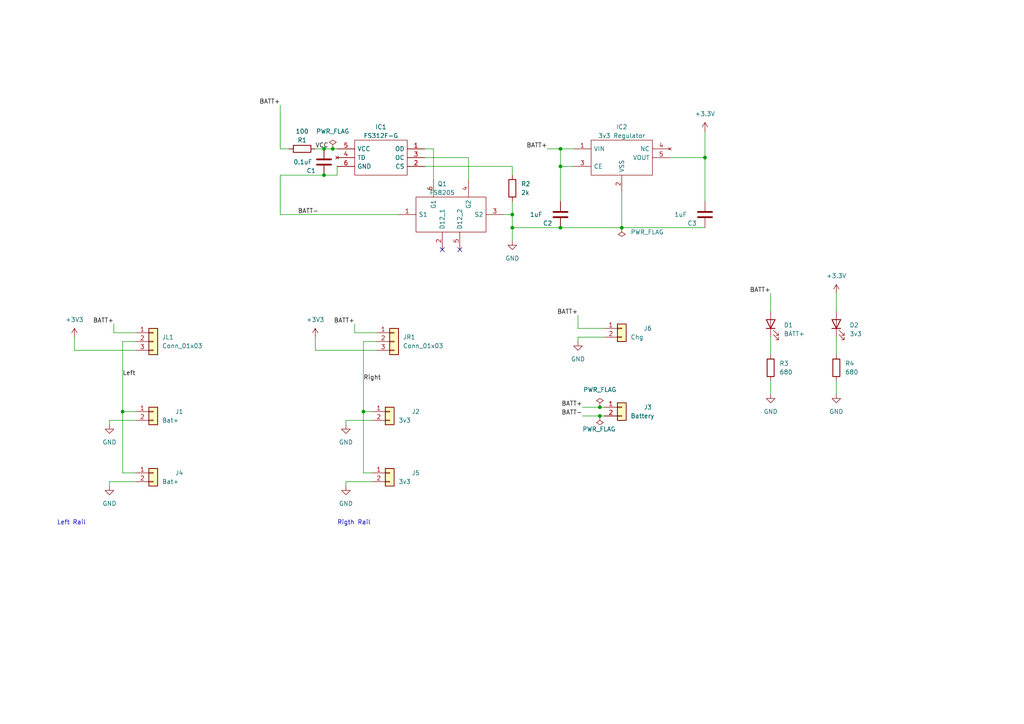
<source format=kicad_sch>
(kicad_sch (version 20230121) (generator eeschema)
  (paper "A4")
  (title_block (company "chof.org"))
  (lib_symbols
    (symbol "Chof747  Battery Management:FS312F-G" (pin_names (offset 0.762))
      (property "Reference" "IC" (at 21.59 7.62 0))
      (property "Value" "FS312F-G" (at 21.59 5.08 0))
      (symbol "FS312F-G_0_0"
        (pin output line (at 25.4 0 180) (length 5.08) (name "OD") (number "1"))
        (pin passive line (at 25.4 -5.08 180) (length 5.08) (name "CS") (number "2"))
        (pin output line (at 25.4 -2.54 180) (length 5.08) (name "OC") (number "3"))
        (pin no_connect line (at 0 -2.54 0) (length 5.08) (name "TD") (number "4"))
        (pin power_in line (at 0 0 0) (length 5.08) (name "VCC") (number "5"))
        (pin power_in line (at 0 -5.08 0) (length 5.08) (name "GND") (number "6"))
      )
      (symbol "FS312F-G_0_1"
        (polyline (pts (xy 5.08 2.54) (xy 20.32 2.54) (xy 20.32 -7.62) (xy 5.08 -7.62) (xy 5.08 2.54)) (stroke (width 0.1524)))
      )
    )
    (symbol "Chof747 Transistors and Mosfets:FS8205" (pin_names (offset 0.762))
      (property "Reference" "Q" (at 26.67 7.62 0))
      (property "Value" "FS8205" (at 26.67 5.08 0))
      (symbol "FS8205_0_0"
        (pin passive line (at 0 -2.54 0) (length 5.08) (name "S1") (number "1"))
        (pin passive line (at 12.7 -12.7 90) (length 5.08) (name "D12_1") (number "2"))
        (pin passive line (at 30.48 -2.54 180) (length 5.08) (name "S2") (number "3"))
        (pin input line (at 20.32 7.62 270) (length 5.08) (name "G2") (number "4"))
        (pin passive line (at 17.78 -12.7 90) (length 5.08) (name "D12_2") (number "5"))
        (pin input line (at 10.16 7.62 270) (length 5.08) (name "G1") (number "6"))
      )
      (symbol "FS8205_0_1"
        (polyline (pts (xy 5.08 2.54) (xy 25.4 2.54) (xy 25.4 -7.62) (xy 5.08 -7.62) (xy 5.08 2.54)) (stroke (width 0.1524)))
      )
    )
    (symbol "Chof747 Voltage Regulators:ME6211C33M5G-N" (pin_names (offset 0.762))
      (property "Reference" "IC" (at 24.13 7.62 0))
      (property "Value" "ME6211C33M5G-N" (at 24.13 5.08 0))
      (symbol "ME6211C33M5G-N_0_0"
        (pin passive line (at 0 0 0) (length 5.08) (name "VIN") (number "1"))
        (pin passive line (at 13.97 -12.7 90) (length 5.08) (name "VSS") (number "2"))
        (pin passive line (at 0 -5.08 0) (length 5.08) (name "CE") (number "3"))
        (pin no_connect line (at 27.94 0 180) (length 5.08) (name "NC") (number "4"))
        (pin passive line (at 27.94 -2.54 180) (length 5.08) (name "VOUT") (number "5"))
      )
      (symbol "ME6211C33M5G-N_0_1"
        (polyline (pts (xy 5.08 2.54) (xy 22.86 2.54) (xy 22.86 -7.62) (xy 5.08 -7.62) (xy 5.08 2.54)) (stroke (width 0.1524)))
      )
    )
    (symbol "Connector_Generic:Conn_01x02" (pin_names (offset 1.016) hide)
      (property "Reference" "J" (at 0 2.54 0))
      (property "Value" "Conn_01x02" (at 0 -5.08 0))
      (symbol "Conn_01x02_1_1"
        (rectangle (start -1.27 -2.413) (end 0 -2.667) (stroke (width 0.1524)))
        (rectangle (start -1.27 0.127) (end 0 -0.127) (stroke (width 0.1524)))
        (rectangle (start -1.27 1.27) (end 1.27 -3.81) (stroke (width 0.254)) (fill (type background)))
        (pin passive line (at -5.08 0 0) (length 3.81) (name "Pin_1") (number "1"))
        (pin passive line (at -5.08 -2.54 0) (length 3.81) (name "Pin_2") (number "2"))
      )
    )
    (symbol "Connector_Generic:Conn_01x03" (pin_names (offset 1.016) hide)
      (property "Reference" "J" (at 0 5.08 0))
      (property "Value" "Conn_01x03" (at 0 -5.08 0))
      (symbol "Conn_01x03_1_1"
        (rectangle (start -1.27 -2.413) (end 0 -2.667) (stroke (width 0.1524)))
        (rectangle (start -1.27 0.127) (end 0 -0.127) (stroke (width 0.1524)))
        (rectangle (start -1.27 2.667) (end 0 2.413) (stroke (width 0.1524)))
        (rectangle (start -1.27 3.81) (end 1.27 -3.81) (stroke (width 0.254)) (fill (type background)))
        (pin passive line (at -5.08 2.54 0) (length 3.81) (name "Pin_1") (number "1"))
        (pin passive line (at -5.08 0 0) (length 3.81) (name "Pin_2") (number "2"))
        (pin passive line (at -5.08 -2.54 0) (length 3.81) (name "Pin_3") (number "3"))
      )
    )
    (symbol "Device:C" (pin_numbers hide) (pin_names (offset 0.254))
      (property "Reference" "C" (at 0.635 2.54 0))
      (property "Value" "C" (at 0.635 -2.54 0))
      (symbol "C_0_1"
        (polyline (pts (xy -2.032 -0.762) (xy 2.032 -0.762)) (stroke (width 0.508)))
        (polyline (pts (xy -2.032 0.762) (xy 2.032 0.762)) (stroke (width 0.508)))
      )
      (symbol "C_1_1"
        (pin passive line (at 0 3.81 270) (length 2.794) (name "~") (number "1"))
        (pin passive line (at 0 -3.81 90) (length 2.794) (name "~") (number "2"))
      )
    )
    (symbol "Device:LED" (pin_numbers hide) (pin_names (offset 1.016) hide)
      (property "Reference" "D" (at 0 2.54 0))
      (property "Value" "LED" (at 0 -2.54 0))
      (symbol "LED_0_1"
        (polyline (pts (xy -1.27 -1.27) (xy -1.27 1.27)) (stroke (width 0.254)))
        (polyline (pts (xy -1.27 0) (xy 1.27 0)))
        (polyline (pts (xy 1.27 -1.27) (xy 1.27 1.27) (xy -1.27 0) (xy 1.27 -1.27)) (stroke (width 0.254)))
        (polyline (pts (xy -3.048 -0.762) (xy -4.572 -2.286) (xy -3.81 -2.286) (xy -4.572 -2.286) (xy -4.572 -1.524)))
        (polyline (pts (xy -1.778 -0.762) (xy -3.302 -2.286) (xy -2.54 -2.286) (xy -3.302 -2.286) (xy -3.302 -1.524)))
      )
      (symbol "LED_1_1"
        (pin passive line (at -3.81 0 0) (length 2.54) (name "K") (number "1"))
        (pin passive line (at 3.81 0 180) (length 2.54) (name "A") (number "2"))
      )
    )
    (symbol "Device:R" (pin_numbers hide) (pin_names (offset 0))
      (property "Reference" "R" (at 2.032 0 90))
      (property "Value" "R" (at 0 0 90))
      (symbol "R_0_1"
        (rectangle (start -1.016 -2.54) (end 1.016 2.54) (stroke (width 0.254)))
      )
      (symbol "R_1_1"
        (pin passive line (at 0 3.81 270) (length 1.27) (name "~") (number "1"))
        (pin passive line (at 0 -3.81 90) (length 1.27) (name "~") (number "2"))
      )
    )
    (symbol "power:+3.3V" (power) (pin_names (offset 0))
      (property "Value" "+3.3V" (at 0 3.556 0))
      (symbol "+3.3V_0_1"
        (polyline (pts (xy -0.762 1.27) (xy 0 2.54)))
        (polyline (pts (xy 0 0) (xy 0 2.54)))
        (polyline (pts (xy 0 2.54) (xy 0.762 1.27)))
      )
      (symbol "+3.3V_1_1"
        (pin power_in line (at 0 0 90) (length 0) hide (name "+3.3V") (number "1"))
      )
    )
    (symbol "power:+3V3" (power) (pin_names (offset 0))
      (property "Value" "+3V3" (at 0 3.556 0))
      (symbol "+3V3_0_1"
        (polyline (pts (xy -0.762 1.27) (xy 0 2.54)))
        (polyline (pts (xy 0 0) (xy 0 2.54)))
        (polyline (pts (xy 0 2.54) (xy 0.762 1.27)))
      )
      (symbol "+3V3_1_1"
        (pin power_in line (at 0 0 90) (length 0) hide (name "+3V3") (number "1"))
      )
    )
    (symbol "power:GND" (power) (pin_names (offset 0))
      (property "Value" "GND" (at 0 -3.81 0))
      (symbol "GND_0_1"
        (polyline (pts (xy 0 0) (xy 0 -1.27) (xy 1.27 -1.27) (xy 0 -2.54) (xy -1.27 -1.27) (xy 0 -1.27)))
      )
      (symbol "GND_1_1"
        (pin power_in line (at 0 0 270) (length 0) hide (name "GND") (number "1"))
      )
    )
    (symbol "power:PWR_FLAG" (power) (pin_numbers hide) (pin_names (offset 0) hide)
      (property "Value" "PWR_FLAG" (at 0 3.81 0))
      (symbol "PWR_FLAG_0_0"
        (pin power_out line (at 0 0 90) (length 0) (name "pwr") (number "1"))
      )
      (symbol "PWR_FLAG_0_1"
        (polyline (pts (xy 0 0) (xy 0 1.27) (xy -1.016 1.905) (xy 0 2.54) (xy 1.016 1.905) (xy 0 1.27)))
      )
    )
  )
  (junction (at 162.56 48.26))
  (junction (at 204.47 45.72))
  (junction (at 162.56 66.04))
  (junction (at 162.56 43.18))
  (junction (at 173.99 120.65))
  (junction (at 148.59 66.04))
  (junction (at 173.99 118.11))
  (junction (at 96.52 43.18))
  (junction (at 105.41 119.38))
  (junction (at 93.98 50.8))
  (junction (at 180.34 66.04))
  (junction (at 148.59 62.23))
  (junction (at 35.56 119.38))
  (junction (at 93.98 43.18))
  (no_connect (at 133.35 72.39))
  (no_connect (at 128.27 72.39))
  (wire (pts (xy 242.57 85.09) (xy 242.57 90.17)))
  (wire (pts (xy 31.75 121.92) (xy 31.75 123.19)))
  (wire (pts (xy 148.59 48.26) (xy 148.59 50.8)))
  (wire (pts (xy 91.44 43.18) (xy 93.98 43.18)))
  (wire (pts (xy 162.56 66.04) (xy 180.34 66.04)))
  (wire (pts (xy 123.19 45.72) (xy 135.89 45.72)))
  (wire (pts (xy 180.34 55.88) (xy 180.34 66.04)))
  (wire (pts (xy 97.79 50.8) (xy 97.79 48.26)))
  (wire (pts (xy 125.73 43.18) (xy 125.73 52.07)))
  (wire (pts (xy 123.19 48.26) (xy 148.59 48.26)))
  (wire (pts (xy 35.56 119.38) (xy 39.37 119.38)))
  (wire (pts (xy 168.91 118.11) (xy 173.99 118.11)))
  (wire (pts (xy 93.98 50.8) (xy 97.79 50.8)))
  (wire (pts (xy 158.75 43.18) (xy 162.56 43.18)))
  (wire (pts (xy 81.28 30.48) (xy 81.28 43.18)))
  (wire (pts (xy 35.56 99.06) (xy 35.56 119.38)))
  (wire (pts (xy 91.44 97.79) (xy 91.44 101.6)))
  (wire (pts (xy 123.19 43.18) (xy 125.73 43.18)))
  (wire (pts (xy 175.26 97.79) (xy 167.64 97.79)))
  (wire (pts (xy 148.59 66.04) (xy 162.56 66.04)))
  (wire (pts (xy 167.64 95.25) (xy 175.26 95.25)))
  (wire (pts (xy 148.59 66.04) (xy 148.59 69.85)))
  (wire (pts (xy 33.02 96.52) (xy 39.37 96.52)))
  (wire (pts (xy 173.99 120.65) (xy 175.26 120.65)))
  (wire (pts (xy 204.47 45.72) (xy 204.47 58.42)))
  (wire (pts (xy 223.52 85.09) (xy 223.52 90.17)))
  (wire (pts (xy 107.95 139.7) (xy 100.33 139.7)))
  (wire (pts (xy 81.28 50.8) (xy 81.28 62.23)))
  (wire (pts (xy 162.56 48.26) (xy 162.56 43.18)))
  (wire (pts (xy 35.56 137.16) (xy 39.37 137.16)))
  (wire (pts (xy 242.57 110.49) (xy 242.57 114.3)))
  (wire (pts (xy 162.56 43.18) (xy 166.37 43.18)))
  (wire (pts (xy 162.56 58.42) (xy 162.56 48.26)))
  (wire (pts (xy 168.91 120.65) (xy 173.99 120.65)))
  (wire (pts (xy 81.28 50.8) (xy 93.98 50.8)))
  (wire (pts (xy 105.41 99.06) (xy 105.41 119.38)))
  (wire (pts (xy 167.64 91.44) (xy 167.64 95.25)))
  (wire (pts (xy 146.05 62.23) (xy 148.59 62.23)))
  (wire (pts (xy 105.41 119.38) (xy 107.95 119.38)))
  (wire (pts (xy 242.57 97.79) (xy 242.57 102.87)))
  (wire (pts (xy 173.99 118.11) (xy 175.26 118.11)))
  (wire (pts (xy 31.75 139.7) (xy 31.75 140.97)))
  (wire (pts (xy 81.28 43.18) (xy 83.82 43.18)))
  (wire (pts (xy 107.95 121.92) (xy 100.33 121.92)))
  (wire (pts (xy 21.59 101.6) (xy 39.37 101.6)))
  (wire (pts (xy 93.98 43.18) (xy 96.52 43.18)))
  (wire (pts (xy 105.41 119.38) (xy 105.41 137.16)))
  (wire (pts (xy 39.37 139.7) (xy 31.75 139.7)))
  (wire (pts (xy 194.31 45.72) (xy 204.47 45.72)))
  (wire (pts (xy 100.33 139.7) (xy 100.33 140.97)))
  (wire (pts (xy 39.37 99.06) (xy 35.56 99.06)))
  (wire (pts (xy 223.52 97.79) (xy 223.52 102.87)))
  (wire (pts (xy 148.59 62.23) (xy 148.59 66.04)))
  (wire (pts (xy 81.28 62.23) (xy 115.57 62.23)))
  (wire (pts (xy 167.64 97.79) (xy 167.64 99.06)))
  (wire (pts (xy 102.87 93.98) (xy 102.87 96.52)))
  (wire (pts (xy 33.02 93.98) (xy 33.02 96.52)))
  (wire (pts (xy 180.34 66.04) (xy 204.47 66.04)))
  (wire (pts (xy 109.22 99.06) (xy 105.41 99.06)))
  (wire (pts (xy 21.59 97.79) (xy 21.59 101.6)))
  (wire (pts (xy 39.37 121.92) (xy 31.75 121.92)))
  (wire (pts (xy 204.47 38.1) (xy 204.47 45.72)))
  (wire (pts (xy 148.59 58.42) (xy 148.59 62.23)))
  (wire (pts (xy 102.87 96.52) (xy 109.22 96.52)))
  (wire (pts (xy 135.89 45.72) (xy 135.89 52.07)))
  (wire (pts (xy 162.56 48.26) (xy 166.37 48.26)))
  (wire (pts (xy 223.52 110.49) (xy 223.52 114.3)))
  (wire (pts (xy 35.56 119.38) (xy 35.56 137.16)))
  (wire (pts (xy 105.41 137.16) (xy 107.95 137.16)))
  (wire (pts (xy 96.52 43.18) (xy 97.79 43.18)))
  (wire (pts (xy 100.33 121.92) (xy 100.33 123.19)))
  (wire (pts (xy 91.44 101.6) (xy 109.22 101.6)))
  (text "Rigth Rail" (at 97.79 152.4 0) (effects (font (size 1.27 1.27)) (justify left bottom)))
  (text "Left Rail" (at 16.51 152.4 0) (effects (font (size 1.27 1.27)) (justify left bottom)))
  (label "BATT+" (at 167.64 91.44 180))
  (label "BATT+" (at 223.52 85.09 180))
  (label "BATT+" (at 158.75 43.18 180))
  (label "VCC" (at 91.44 43.18 0))
  (label "BATT+" (at 33.02 93.98 180))
  (label "BATT+" (at 81.28 30.48 180))
  (label "BATT+" (at 168.91 118.11 180))
  (label "BATT+" (at 102.87 93.98 180))
  (label "Right" (at 105.41 110.49 0))
  (label "BATT-" (at 86.36 62.23 0))
  (label "BATT-" (at 168.91 120.65 180))
  (label "Left" (at 35.56 109.22 0))
  (symbol (lib_id "Connector_Generic:Conn_01x02") (at 44.45 137.16 0) (unit 1)
    (property "Reference" "J4" (at 50.8 137.16 0) (effects (justify left)))
    (property "Value" "Bat+" (at 46.99 139.6999 0) (effects (justify left)))
    (property "Footprint" "Connector_PinHeader_2.54mm:PinHeader_1x02_P2.54mm_Vertical" (effects hide))
  )
  (symbol (lib_id "Device:R") (at 223.52 106.68 0) (unit 1)
    (property "Reference" "R3" (at 226.06 105.4099 0) (effects (justify left)))
    (property "Value" "680" (at 226.06 107.9499 0) (effects (justify left)))
    (property "Footprint" "Resistor_SMD:R_0603_1608Metric_Pad0.98x0.95mm_HandSolder" (effects hide))
  )
  (symbol (lib_id "power:GND") (at 223.52 114.3 0) (unit 1)
    (property "Reference" "#PWR0105" (effects hide))
    (property "Value" "GND" (at 223.52 119.38 0))
  )
  (symbol (lib_id "power:+3V3") (at 21.59 97.79 0) (unit 1)
    (property "Reference" "#PWR0101" (effects hide))
    (property "Value" "+3V3" (at 21.59 92.71 0))
  )
  (symbol (lib_id "Device:C") (at 162.56 62.23 0) (unit 1)
    (property "Reference" "C2" (at 157.48 64.77 0) (effects (justify left)))
    (property "Value" "1uF" (at 153.67 62.23 0) (effects (justify left)))
    (property "Footprint" "Capacitor_SMD:C_0603_1608Metric_Pad1.08x0.95mm_HandSolder" (effects hide))
  )
  (symbol (lib_id "Connector_Generic:Conn_01x03") (at 44.45 99.06 0) (unit 1)
    (property "Reference" "JL1" (at 46.99 97.7899 0) (effects (justify left)))
    (property "Value" "Conn_01x03" (at 46.99 100.3299 0) (effects (justify left)))
    (property "Footprint" "Connector_PinHeader_2.54mm:PinHeader_1x03_P2.54mm_Vertical" (effects hide))
  )
  (symbol (lib_id "power:+3.3V") (at 204.47 38.1 0) (unit 1)
    (property "Reference" "#PWR03" (effects hide))
    (property "Value" "+3.3V" (at 204.47 33.02 0))
  )
  (symbol (lib_id "Device:LED") (at 223.52 93.98 90) (unit 1)
    (property "Reference" "D1" (at 227.33 94.2974 90) (effects (justify right)))
    (property "Value" "BATT+" (at 227.33 96.8374 90) (effects (justify right)))
    (property "Footprint" "LED_SMD:LED_0201_0603Metric_Pad0.64x0.40mm_HandSolder" (effects hide))
  )
  (symbol (lib_id "Connector_Generic:Conn_01x02") (at 44.45 119.38 0) (unit 1)
    (property "Reference" "J1" (at 50.8 119.38 0) (effects (justify left)))
    (property "Value" "Bat+" (at 46.99 121.9199 0) (effects (justify left)))
    (property "Footprint" "Connector_PinHeader_2.54mm:PinHeader_1x02_P2.54mm_Vertical" (effects hide))
  )
  (symbol (lib_id "Connector_Generic:Conn_01x03") (at 114.3 99.06 0) (unit 1)
    (property "Reference" "JR1" (at 116.84 97.7899 0) (effects (justify left)))
    (property "Value" "Conn_01x03" (at 116.84 100.3299 0) (effects (justify left)))
    (property "Footprint" "Connector_PinHeader_2.54mm:PinHeader_1x03_P2.54mm_Vertical" (effects hide))
  )
  (symbol (lib_id "Connector_Generic:Conn_01x02") (at 180.34 118.11 0) (unit 1)
    (property "Reference" "J3" (at 186.69 118.11 0) (effects (justify left)))
    (property "Value" "Battery" (at 182.88 120.6499 0) (effects (justify left)))
    (property "Footprint" "Connector_PinHeader_2.54mm:PinHeader_1x02_P2.54mm_Vertical" (effects hide))
  )
  (symbol (lib_id "Connector_Generic:Conn_01x02") (at 113.03 137.16 0) (unit 1)
    (property "Reference" "J5" (at 119.38 137.16 0) (effects (justify left)))
    (property "Value" "3v3" (at 115.57 139.6999 0) (effects (justify left)))
    (property "Footprint" "Connector_PinHeader_2.54mm:PinHeader_1x02_P2.54mm_Vertical" (effects hide))
  )
  (symbol (lib_id "Chof747 Voltage Regulators:ME6211C33M5G-N") (at 166.37 43.18 0) (unit 1)
    (property "Reference" "IC2" (at 180.34 36.83 0))
    (property "Value" "3v3 Regulator" (at 180.34 39.37 0))
    (property "Footprint" "SOT95P270X145-5N" (effects hide))
    (property "Datasheet" "https://datasheet.lcsc.com/szlcsc/1811131510_MICRONE-Nanjing-Micro-One-Elec-ME6211C33M5G-N_C82942.pdf" (effects hide))
    (property "Description" "Fixed 6V 3.3V 500mA SOT-23-5 Low Dropout Regulators(LDO) RoHS" (effects hide))
    (property "Height" "1.45" (effects hide))
    (property "Manufacturer_Name" "Microne" (effects hide))
    (property "Manufacturer_Part_Number" "ME6211C33M5G-N" (effects hide))
  )
  (symbol (lib_id "Device:C") (at 204.47 62.23 0) (unit 1)
    (property "Reference" "C3" (at 199.39 64.77 0) (effects (justify left)))
    (property "Value" "1uF" (at 195.58 62.23 0) (effects (justify left)))
    (property "Footprint" "Capacitor_SMD:C_0603_1608Metric_Pad1.08x0.95mm_HandSolder" (effects hide))
  )
  (symbol (lib_id "Connector_Generic:Conn_01x02") (at 180.34 95.25 0) (unit 1)
    (property "Reference" "J6" (at 186.69 95.25 0) (effects (justify left)))
    (property "Value" "Chg" (at 182.88 97.7899 0) (effects (justify left)))
    (property "Footprint" "Connector_PinHeader_2.54mm:PinHeader_1x02_P2.54mm_Vertical" (effects hide))
  )
  (symbol (lib_id "power:PWR_FLAG") (at 173.99 118.11 0) (unit 1)
    (property "Reference" "#FLG03" (effects hide))
    (property "Value" "PWR_FLAG" (at 173.99 113.03 0))
  )
  (symbol (lib_id "power:GND") (at 167.64 99.06 0) (unit 1)
    (property "Reference" "#PWR09" (effects hide))
    (property "Value" "GND" (at 167.64 104.14 0))
  )
  (symbol (lib_id "Device:R") (at 87.63 43.18 270) (unit 1)
    (property "Reference" "R1" (at 87.63 40.64 90))
    (property "Value" "100" (at 87.63 38.1 90))
    (property "Footprint" "Resistor_SMD:R_0603_1608Metric_Pad0.98x0.95mm_HandSolder" (effects hide))
  )
  (symbol (lib_id "power:GND") (at 100.33 123.19 0) (unit 1)
    (property "Reference" "#PWR04" (effects hide))
    (property "Value" "GND" (at 100.33 128.27 0))
  )
  (symbol (lib_id "Chof747 Transistors and Mosfets:FS8205") (at 115.57 59.69 0) (unit 1)
    (property "Reference" "Q1" (at 128.27 53.34 0))
    (property "Value" "FS8205" (at 128.27 55.88 0))
    (property "Footprint" "FS8205" (effects hide))
    (property "Datasheet" "https://www.ic-fortune.com/upload/Download/FS8205-DS-19_EN.pdf" (effects hide))
    (property "Description" "DUAL N-CHANNEL ENHANCEMENT MODE POWER MOFSET" (effects hide))
    (property "Height" "1" (effects hide))
    (property "Manufacturer_Name" "Fortune Semiconductor Corporation" (effects hide))
    (property "Manufacturer_Part_Number" "FS8205" (effects hide))
  )
  (symbol (lib_id "Device:LED") (at 242.57 93.98 90) (unit 1)
    (property "Reference" "D2" (at 246.38 94.2974 90) (effects (justify right)))
    (property "Value" "3v3" (at 246.38 96.8374 90) (effects (justify right)))
    (property "Footprint" "LED_SMD:LED_0201_0603Metric_Pad0.64x0.40mm_HandSolder" (effects hide))
  )
  (symbol (lib_id "power:+3.3V") (at 242.57 85.09 0) (unit 1)
    (property "Reference" "#PWR0103" (effects hide))
    (property "Value" "+3.3V" (at 242.57 80.01 0))
  )
  (symbol (lib_id "power:PWR_FLAG") (at 96.52 43.18 0) (unit 1)
    (property "Reference" "#FLG01" (effects hide))
    (property "Value" "PWR_FLAG" (at 96.52 38.1 0))
  )
  (symbol (lib_id "power:PWR_FLAG") (at 180.34 66.04 180) (unit 1)
    (property "Reference" "#FLG02" (effects hide))
    (property "Value" "PWR_FLAG" (at 182.88 67.3099 0) (effects (justify right)))
  )
  (symbol (lib_id "power:PWR_FLAG") (at 173.99 120.65 180) (unit 1)
    (property "Reference" "#FLG04" (effects hide))
    (property "Value" "PWR_FLAG" (at 168.91 124.46 0) (effects (justify right)))
  )
  (symbol (lib_id "Device:R") (at 242.57 106.68 0) (unit 1)
    (property "Reference" "R4" (at 245.11 105.4099 0) (effects (justify left)))
    (property "Value" "680" (at 245.11 107.9499 0) (effects (justify left)))
    (property "Footprint" "Resistor_SMD:R_0603_1608Metric_Pad0.98x0.95mm_HandSolder" (effects hide))
  )
  (symbol (lib_id "power:GND") (at 100.33 140.97 0) (unit 1)
    (property "Reference" "#PWR08" (effects hide))
    (property "Value" "GND" (at 100.33 146.05 0))
  )
  (symbol (lib_id "power:GND") (at 242.57 114.3 0) (unit 1)
    (property "Reference" "#PWR0104" (effects hide))
    (property "Value" "GND" (at 242.57 119.38 0))
  )
  (symbol (lib_id "Device:R") (at 148.59 54.61 0) (unit 1)
    (property "Reference" "R2" (at 151.13 53.3399 0) (effects (justify left)))
    (property "Value" "2k" (at 151.13 55.8799 0) (effects (justify left)))
    (property "Footprint" "Resistor_SMD:R_0603_1608Metric_Pad0.98x0.95mm_HandSolder" (effects hide))
  )
  (symbol (lib_id "power:GND") (at 148.59 69.85 0) (unit 1)
    (property "Reference" "#PWR02" (effects hide))
    (property "Value" "GND" (at 148.59 74.93 0))
  )
  (symbol (lib_id "Chof747  Battery Management:FS312F-G") (at 97.79 43.18 0) (unit 1)
    (property "Reference" "IC1" (at 110.49 36.83 0))
    (property "Value" "FS312F-G" (at 110.49 39.37 0))
    (property "Footprint" "SOT95P280X145-6N" (effects hide))
    (property "Datasheet" "https://www.ic-fortune.com/upload/Download/FS312F-G-DS-12_EN.pdf" (effects hide))
    (property "Description" "One Cell Lithium-ion/Polymer Battery Protection IC" (effects hide))
    (property "Height" "1.45" (effects hide))
    (property "Manufacturer_Name" "Fortune Semiconductor Corporation" (effects hide))
    (property "Manufacturer_Part_Number" "FS312F-G" (effects hide))
  )
  (symbol (lib_id "power:GND") (at 31.75 123.19 0) (unit 1)
    (property "Reference" "#PWR05" (effects hide))
    (property "Value" "GND" (at 31.75 128.27 0))
  )
  (symbol (lib_id "power:GND") (at 31.75 140.97 0) (unit 1)
    (property "Reference" "#PWR06" (effects hide))
    (property "Value" "GND" (at 31.75 146.05 0))
  )
  (symbol (lib_id "power:+3V3") (at 91.44 97.79 0) (unit 1)
    (property "Reference" "#PWR0102" (effects hide))
    (property "Value" "+3V3" (at 91.44 92.71 0))
  )
  (symbol (lib_id "Connector_Generic:Conn_01x02") (at 113.03 119.38 0) (unit 1)
    (property "Reference" "J2" (at 119.38 119.38 0) (effects (justify left)))
    (property "Value" "3v3" (at 115.57 121.9199 0) (effects (justify left)))
    (property "Footprint" "Connector_PinHeader_2.54mm:PinHeader_1x02_P2.54mm_Vertical" (effects hide))
  )
  (symbol (lib_id "Device:C") (at 93.98 46.99 0) (unit 1)
    (property "Reference" "C1" (at 88.9 49.53 0) (effects (justify left)))
    (property "Value" "0.1uF" (at 85.09 46.99 0) (effects (justify left)))
    (property "Footprint" "Capacitor_SMD:C_0603_1608Metric_Pad1.08x0.95mm_HandSolder" (effects hide))
  )
)
</source>
